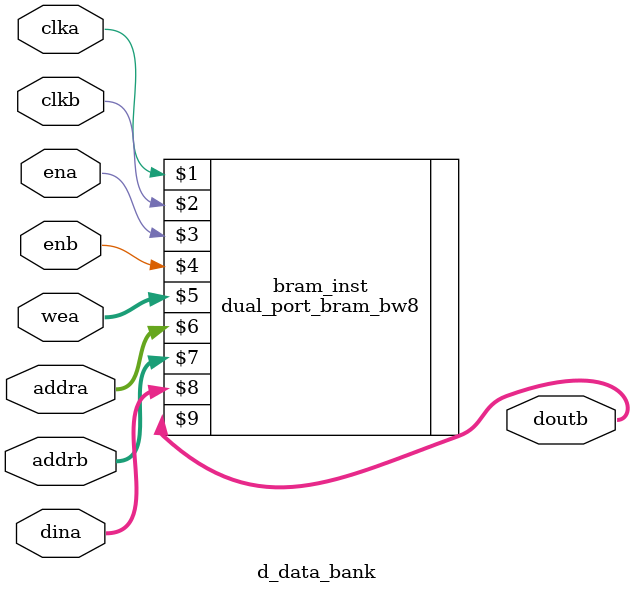
<source format=sv>
module d_data_bank #(
    parameter LEN_DATA = 32,
    parameter LEN_ADDR = 8
) (clka,clkb,ena,enb,wea,addra,addrb,dina,doutb);

    input clka,clkb,ena,enb;
    input [LEN_DATA/8-1:0]wea;
    input [LEN_ADDR-1:0] addra,addrb;
    input [LEN_DATA-1:0] dina;
    output [LEN_DATA-1:0] doutb;

    dual_port_bram_bw8 bram_inst(clka,clkb,ena,enb,wea,addra,addrb,dina,doutb);

endmodule
</source>
